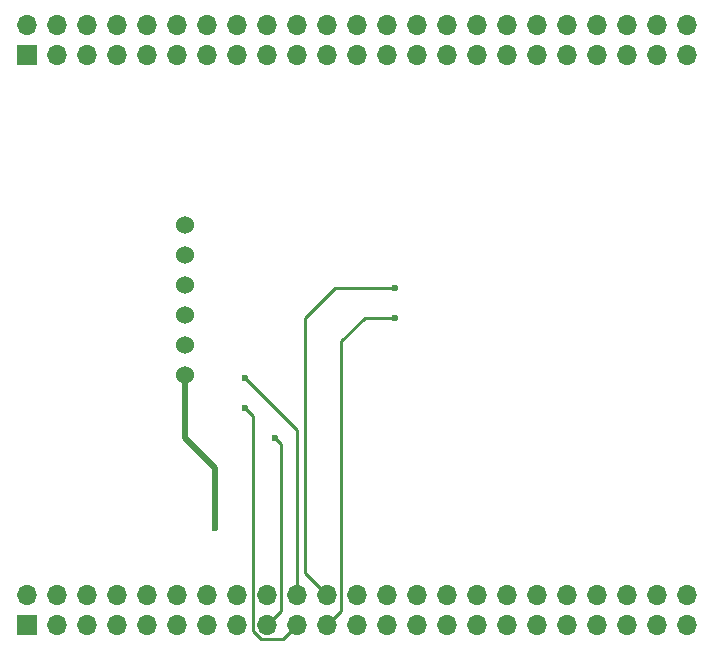
<source format=gbr>
%TF.GenerationSoftware,KiCad,Pcbnew,7.0.9*%
%TF.CreationDate,2024-01-08T18:42:38+01:00*%
%TF.ProjectId,BeaglebonePCBma_yC,42656167-6c65-4626-9f6e-655043426d61,rev?*%
%TF.SameCoordinates,Original*%
%TF.FileFunction,Copper,L2,Bot*%
%TF.FilePolarity,Positive*%
%FSLAX46Y46*%
G04 Gerber Fmt 4.6, Leading zero omitted, Abs format (unit mm)*
G04 Created by KiCad (PCBNEW 7.0.9) date 2024-01-08 18:42:38*
%MOMM*%
%LPD*%
G01*
G04 APERTURE LIST*
%TA.AperFunction,ComponentPad*%
%ADD10R,1.700000X1.700000*%
%TD*%
%TA.AperFunction,ComponentPad*%
%ADD11O,1.700000X1.700000*%
%TD*%
%TA.AperFunction,ComponentPad*%
%ADD12C,1.524000*%
%TD*%
%TA.AperFunction,ViaPad*%
%ADD13C,0.600000*%
%TD*%
%TA.AperFunction,Conductor*%
%ADD14C,0.250000*%
%TD*%
%TA.AperFunction,Conductor*%
%ADD15C,0.500000*%
%TD*%
G04 APERTURE END LIST*
D10*
%TO.P,P8,1,Pin_1*%
%TO.N,GNDD*%
X119685000Y-49835000D03*
D11*
%TO.P,P8,2,Pin_2*%
X119685000Y-47295000D03*
%TO.P,P8,3,Pin_3*%
%TO.N,/MMC1.DAT6*%
X122225000Y-49835000D03*
%TO.P,P8,4,Pin_4*%
%TO.N,/MMC1.DAT7*%
X122225000Y-47295000D03*
%TO.P,P8,5,Pin_5*%
%TO.N,/MMC1.DAT2*%
X124765000Y-49835000D03*
%TO.P,P8,6,Pin_6*%
%TO.N,/MMC1.DAT3*%
X124765000Y-47295000D03*
%TO.P,P8,7,Pin_7*%
%TO.N,/GPIO66*%
X127305000Y-49835000D03*
%TO.P,P8,8,Pin_8*%
%TO.N,/GPIO67*%
X127305000Y-47295000D03*
%TO.P,P8,9,Pin_9*%
%TO.N,/GPIO69*%
X129845000Y-49835000D03*
%TO.P,P8,10,Pin_10*%
%TO.N,/GPIO68*%
X129845000Y-47295000D03*
%TO.P,P8,11,Pin_11*%
%TO.N,/GPIO45*%
X132385000Y-49835000D03*
%TO.P,P8,12,Pin_12*%
%TO.N,/GPIO44*%
X132385000Y-47295000D03*
%TO.P,P8,13,Pin_13*%
%TO.N,/GPIO23*%
X134925000Y-49835000D03*
%TO.P,P8,14,Pin_14*%
%TO.N,/GPIO26*%
X134925000Y-47295000D03*
%TO.P,P8,15,Pin_15*%
%TO.N,/GPIO47*%
X137465000Y-49835000D03*
%TO.P,P8,16,Pin_16*%
%TO.N,/GPIO46*%
X137465000Y-47295000D03*
%TO.P,P8,17,Pin_17*%
%TO.N,/GPIO27*%
X140005000Y-49835000D03*
%TO.P,P8,18,Pin_18*%
%TO.N,/GPIO65*%
X140005000Y-47295000D03*
%TO.P,P8,19,Pin_19*%
%TO.N,/GPIO22*%
X142545000Y-49835000D03*
%TO.P,P8,20,Pin_20*%
%TO.N,/MMC1.CMD*%
X142545000Y-47295000D03*
%TO.P,P8,21,Pin_21*%
%TO.N,/MMC1.CLK*%
X145085000Y-49835000D03*
%TO.P,P8,22,Pin_22*%
%TO.N,/MMC1.DAT5*%
X145085000Y-47295000D03*
%TO.P,P8,23,Pin_23*%
%TO.N,/MMC1.DAT4*%
X147625000Y-49835000D03*
%TO.P,P8,24,Pin_24*%
%TO.N,/MMC1.DAT1*%
X147625000Y-47295000D03*
%TO.P,P8,25,Pin_25*%
%TO.N,/MMC1.DAT0*%
X150165000Y-49835000D03*
%TO.P,P8,26,Pin_26*%
%TO.N,/LCD.PCLK*%
X150165000Y-47295000D03*
%TO.P,P8,27,Pin_27*%
%TO.N,/LCD.VSYNC*%
X152705000Y-49835000D03*
%TO.P,P8,28,Pin_28*%
%TO.N,/GPIO61*%
X152705000Y-47295000D03*
%TO.P,P8,29,Pin_29*%
%TO.N,/LCD.HSYNC*%
X155245000Y-49835000D03*
%TO.P,P8,30,Pin_30*%
%TO.N,/LCD.AC_BIAS_E*%
X155245000Y-47295000D03*
%TO.P,P8,31,Pin_31*%
%TO.N,/LCD.DATA14*%
X157785000Y-49835000D03*
%TO.P,P8,32,Pin_32*%
%TO.N,/LCD.DATA15*%
X157785000Y-47295000D03*
%TO.P,P8,33,Pin_33*%
%TO.N,/LCD.DATA13*%
X160325000Y-49835000D03*
%TO.P,P8,34,Pin_34*%
%TO.N,/LCD.DATA11*%
X160325000Y-47295000D03*
%TO.P,P8,35,Pin_35*%
%TO.N,/LCD.DATA8*%
X162865000Y-49835000D03*
%TO.P,P8,36,Pin_36*%
%TO.N,/LCD.DATA10*%
X162865000Y-47295000D03*
%TO.P,P8,37,Pin_37*%
%TO.N,/LCD.DATA6*%
X165405000Y-49835000D03*
%TO.P,P8,38,Pin_38*%
%TO.N,/LCD.DATA9*%
X165405000Y-47295000D03*
%TO.P,P8,39,Pin_39*%
%TO.N,/LCD.DATA4*%
X167945000Y-49835000D03*
%TO.P,P8,40,Pin_40*%
%TO.N,/LCD.DATA7*%
X167945000Y-47295000D03*
%TO.P,P8,41,Pin_41*%
%TO.N,/LCD.DATA2*%
X170485000Y-49835000D03*
%TO.P,P8,42,Pin_42*%
%TO.N,/LCD.DATA5*%
X170485000Y-47295000D03*
%TO.P,P8,43,Pin_43*%
%TO.N,/LCD.DATA0*%
X173025000Y-49835000D03*
%TO.P,P8,44,Pin_44*%
%TO.N,/LCD.DATA3*%
X173025000Y-47295000D03*
%TO.P,P8,45,Pin_45*%
%TO.N,GNDD*%
X175565000Y-49835000D03*
%TO.P,P8,46,Pin_46*%
%TO.N,/LCD.DATA1*%
X175565000Y-47295000D03*
%TD*%
D10*
%TO.P,P9,1,Pin_1*%
%TO.N,GNDD*%
X119685000Y-98095000D03*
D11*
%TO.P,P9,2,Pin_2*%
X119685000Y-95555000D03*
%TO.P,P9,3,Pin_3*%
%TO.N,+3V3*%
X122225000Y-98095000D03*
%TO.P,P9,4,Pin_4*%
X122225000Y-95555000D03*
%TO.P,P9,5,Pin_5*%
%TO.N,+5V*%
X124765000Y-98095000D03*
%TO.P,P9,6,Pin_6*%
X124765000Y-95555000D03*
%TO.P,P9,7,Pin_7*%
%TO.N,VBUS*%
X127305000Y-98095000D03*
%TO.P,P9,8,Pin_8*%
X127305000Y-95555000D03*
%TO.P,P9,9,Pin_9*%
%TO.N,/PWR_BUT*%
X129845000Y-98095000D03*
%TO.P,P9,10,Pin_10*%
%TO.N,/~{SYS_RESET}*%
X129845000Y-95555000D03*
%TO.P,P9,11,Pin_11*%
%TO.N,/GPIO30*%
X132385000Y-98095000D03*
%TO.P,P9,12,Pin_12*%
%TO.N,/GPIO60*%
X132385000Y-95555000D03*
%TO.P,P9,13,Pin_13*%
%TO.N,/GPIO31*%
X134925000Y-98095000D03*
%TO.P,P9,14,Pin_14*%
%TO.N,/GPIO40*%
X134925000Y-95555000D03*
%TO.P,P9,15,Pin_15*%
%TO.N,/GPIO48*%
X137465000Y-98095000D03*
%TO.P,P9,16,Pin_16*%
%TO.N,/GPIO51*%
X137465000Y-95555000D03*
%TO.P,P9,17,Pin_17*%
%TO.N,/GPIO4*%
X140005000Y-98095000D03*
%TO.P,P9,18,Pin_18*%
%TO.N,/GPIO5*%
X140005000Y-95555000D03*
%TO.P,P9,19,Pin_19*%
%TO.N,/I2C2.SCL*%
X142545000Y-98095000D03*
%TO.P,P9,20,Pin_20*%
%TO.N,/I2C2.SDA*%
X142545000Y-95555000D03*
%TO.P,P9,21,Pin_21*%
%TO.N,/GPIO3*%
X145085000Y-98095000D03*
%TO.P,P9,22,Pin_22*%
%TO.N,/GPIO2*%
X145085000Y-95555000D03*
%TO.P,P9,23,Pin_23*%
%TO.N,/GPIO49*%
X147625000Y-98095000D03*
%TO.P,P9,24,Pin_24*%
%TO.N,/GPIO15*%
X147625000Y-95555000D03*
%TO.P,P9,25,Pin_25*%
%TO.N,/GPIO117*%
X150165000Y-98095000D03*
%TO.P,P9,26,Pin_26*%
%TO.N,/GPIO14*%
X150165000Y-95555000D03*
%TO.P,P9,27,Pin_27*%
%TO.N,/GPIO125*%
X152705000Y-98095000D03*
%TO.P,P9,28,Pin_28*%
%TO.N,/SPI1.CS0*%
X152705000Y-95555000D03*
%TO.P,P9,29,Pin_29*%
%TO.N,/SPI1.D0*%
X155245000Y-98095000D03*
%TO.P,P9,30,Pin_30*%
%TO.N,/GPIO122*%
X155245000Y-95555000D03*
%TO.P,P9,31,Pin_31*%
%TO.N,/SPI1.SCLK*%
X157785000Y-98095000D03*
%TO.P,P9,32,Pin_32*%
%TO.N,+1V8*%
X157785000Y-95555000D03*
%TO.P,P9,33,Pin_33*%
%TO.N,/AIN4*%
X160325000Y-98095000D03*
%TO.P,P9,34,Pin_34*%
%TO.N,GNDA*%
X160325000Y-95555000D03*
%TO.P,P9,35,Pin_35*%
%TO.N,/AIN6*%
X162865000Y-98095000D03*
%TO.P,P9,36,Pin_36*%
%TO.N,/AIN5*%
X162865000Y-95555000D03*
%TO.P,P9,37,Pin_37*%
%TO.N,/AIN2*%
X165405000Y-98095000D03*
%TO.P,P9,38,Pin_38*%
%TO.N,/AIN3*%
X165405000Y-95555000D03*
%TO.P,P9,39,Pin_39*%
%TO.N,/AIN0*%
X167945000Y-98095000D03*
%TO.P,P9,40,Pin_40*%
%TO.N,/AIN1*%
X167945000Y-95555000D03*
%TO.P,P9,41,Pin_41*%
%TO.N,/GPIO20*%
X170485000Y-98095000D03*
%TO.P,P9,42,Pin_42*%
%TO.N,/GPIO7*%
X170485000Y-95555000D03*
%TO.P,P9,43,Pin_43*%
%TO.N,GNDD*%
X173025000Y-98095000D03*
%TO.P,P9,44,Pin_44*%
X173025000Y-95555000D03*
%TO.P,P9,45,Pin_45*%
X175565000Y-98095000D03*
%TO.P,P9,46,Pin_46*%
X175565000Y-95555000D03*
%TD*%
D12*
%TO.P,U2,1,VCC*%
%TO.N,+3V3*%
X133020000Y-76886000D03*
%TO.P,U2,2,GND*%
%TO.N,GNDD*%
X133020000Y-74346000D03*
%TO.P,U2,3,SCL*%
%TO.N,/I2C2.SCL*%
X133020000Y-71806000D03*
%TO.P,U2,4,SDA*%
%TO.N,/I2C2.SDA*%
X133020000Y-69266000D03*
%TO.P,U2,5,CSB*%
%TO.N,unconnected-(U2-CSB-Pad5)*%
X133020000Y-66726000D03*
%TO.P,U2,6,SDO*%
%TO.N,+3V3*%
X133020000Y-64186000D03*
%TD*%
D13*
%TO.N,/I2C2.SDA*%
X138100000Y-77140000D03*
%TO.N,/I2C2.SCL*%
X138100000Y-79680000D03*
%TO.N,+3V3*%
X135560000Y-89840000D03*
%TO.N,/GPIO4*%
X140640000Y-82220000D03*
%TO.N,/GPIO3*%
X150800000Y-72060000D03*
%TO.N,/GPIO2*%
X150800000Y-69520000D03*
%TD*%
D14*
%TO.N,/I2C2.SDA*%
X138100000Y-77140000D02*
X142545000Y-81585000D01*
X142545000Y-81585000D02*
X142545000Y-95555000D01*
%TO.N,/I2C2.SCL*%
X138100000Y-79680000D02*
X138830000Y-80410000D01*
X138830000Y-98581701D02*
X139518299Y-99270000D01*
X138830000Y-80410000D02*
X138830000Y-98581701D01*
X141370000Y-99270000D02*
X142545000Y-98095000D01*
X139518299Y-99270000D02*
X141370000Y-99270000D01*
D15*
%TO.N,+3V3*%
X135560000Y-84760000D02*
X133020000Y-82220000D01*
X135560000Y-89840000D02*
X135560000Y-84760000D01*
X133020000Y-82220000D02*
X133020000Y-76886000D01*
D14*
%TO.N,/GPIO4*%
X141180000Y-96920000D02*
X140005000Y-98095000D01*
X141180000Y-82760000D02*
X141180000Y-96920000D01*
X140640000Y-82220000D02*
X141180000Y-82760000D01*
%TO.N,/GPIO3*%
X146260000Y-96920000D02*
X145085000Y-98095000D01*
X146260000Y-74060000D02*
X146260000Y-96920000D01*
X150800000Y-72060000D02*
X148260000Y-72060000D01*
X148260000Y-72060000D02*
X146260000Y-74060000D01*
%TO.N,/GPIO2*%
X150800000Y-69520000D02*
X145720000Y-69520000D01*
X145720000Y-69520000D02*
X143180000Y-72060000D01*
X143180000Y-72060000D02*
X143180000Y-93650000D01*
X143180000Y-93650000D02*
X145085000Y-95555000D01*
%TD*%
M02*

</source>
